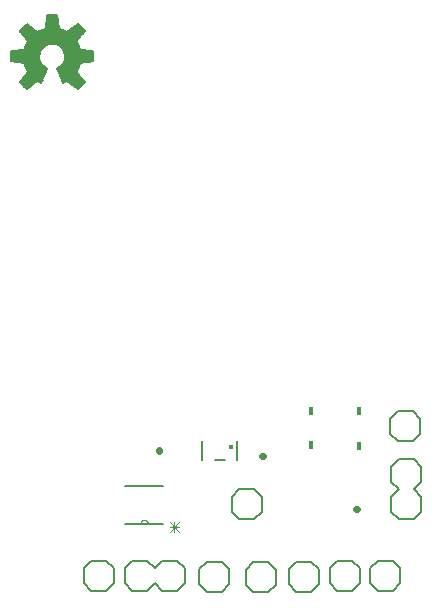
<source format=gto>
G75*
%MOIN*%
%OFA0B0*%
%FSLAX25Y25*%
%IPPOS*%
%LPD*%
%AMOC8*
5,1,8,0,0,1.08239X$1,22.5*
%
%ADD10C,0.00800*%
%ADD11C,0.02200*%
%ADD12C,0.00591*%
%ADD13R,0.01800X0.03000*%
%ADD14C,0.00600*%
%ADD15C,0.00000*%
%ADD16C,0.00300*%
%ADD17C,0.00700*%
%ADD18C,0.01768*%
D10*
X0057312Y0031269D02*
X0059812Y0028769D01*
X0064812Y0028769D01*
X0067312Y0031269D01*
X0067312Y0036269D01*
X0064812Y0038769D01*
X0059812Y0038769D01*
X0057312Y0036269D01*
X0057312Y0031269D01*
X0070894Y0031190D02*
X0070894Y0036190D01*
X0073394Y0038690D01*
X0078394Y0038690D01*
X0080894Y0036190D01*
X0083394Y0038690D01*
X0088394Y0038690D01*
X0090894Y0036190D01*
X0090894Y0031190D01*
X0088394Y0028690D01*
X0083394Y0028690D01*
X0080894Y0031190D01*
X0078394Y0028690D01*
X0073394Y0028690D01*
X0070894Y0031190D01*
X0095737Y0030875D02*
X0098237Y0028375D01*
X0103237Y0028375D01*
X0105737Y0030875D01*
X0105737Y0035875D01*
X0103237Y0038375D01*
X0098237Y0038375D01*
X0095737Y0035875D01*
X0095737Y0030875D01*
X0111367Y0030678D02*
X0113867Y0028178D01*
X0118867Y0028178D01*
X0121367Y0030678D01*
X0121367Y0035678D01*
X0118867Y0038178D01*
X0113867Y0038178D01*
X0111367Y0035678D01*
X0111367Y0030678D01*
X0125658Y0030875D02*
X0128158Y0028375D01*
X0133158Y0028375D01*
X0135658Y0030875D01*
X0135658Y0035875D01*
X0133158Y0038375D01*
X0128158Y0038375D01*
X0125658Y0035875D01*
X0125658Y0030875D01*
X0139359Y0031269D02*
X0141859Y0028769D01*
X0146859Y0028769D01*
X0149359Y0031269D01*
X0149359Y0036269D01*
X0146859Y0038769D01*
X0141859Y0038769D01*
X0139359Y0036269D01*
X0139359Y0031269D01*
X0152824Y0031150D02*
X0155324Y0028650D01*
X0160324Y0028650D01*
X0162824Y0031150D01*
X0162824Y0036150D01*
X0160324Y0038650D01*
X0155324Y0038650D01*
X0152824Y0036150D01*
X0152824Y0031150D01*
X0162292Y0052469D02*
X0167292Y0052469D01*
X0169792Y0054969D01*
X0169792Y0059969D01*
X0167292Y0062469D01*
X0169792Y0064969D01*
X0169792Y0069969D01*
X0167292Y0072469D01*
X0162292Y0072469D01*
X0159792Y0069969D01*
X0159792Y0064969D01*
X0162292Y0062469D01*
X0159792Y0059969D01*
X0159792Y0054969D01*
X0162292Y0052469D01*
X0162017Y0078454D02*
X0159517Y0080954D01*
X0159517Y0085954D01*
X0162017Y0088454D01*
X0167017Y0088454D01*
X0169517Y0085954D01*
X0169517Y0080954D01*
X0167017Y0078454D01*
X0162017Y0078454D01*
X0116603Y0059969D02*
X0116603Y0054969D01*
X0114103Y0052469D01*
X0109103Y0052469D01*
X0106603Y0054969D01*
X0106603Y0059969D01*
X0109103Y0062469D01*
X0114103Y0062469D01*
X0116603Y0059969D01*
D11*
X0116759Y0073729D02*
X0116999Y0073729D01*
X0082351Y0075381D02*
X0082351Y0075621D01*
X0148215Y0056091D02*
X0148456Y0056091D01*
D12*
X0055283Y0195942D02*
X0057658Y0198317D01*
X0054834Y0201780D01*
X0055339Y0202697D01*
X0055739Y0203664D01*
X0056031Y0204669D01*
X0060477Y0205121D01*
X0060477Y0208479D01*
X0056031Y0208931D01*
X0055739Y0209936D01*
X0055339Y0210903D01*
X0054834Y0211820D01*
X0057658Y0215283D01*
X0055283Y0217658D01*
X0051820Y0214834D01*
X0050903Y0215339D01*
X0049936Y0215739D01*
X0048931Y0216031D01*
X0048479Y0220477D01*
X0045121Y0220477D01*
X0044669Y0216031D01*
X0043664Y0215739D01*
X0042697Y0215339D01*
X0041780Y0214834D01*
X0038317Y0217658D01*
X0035942Y0215283D01*
X0038766Y0211820D01*
X0038261Y0210903D01*
X0037861Y0209936D01*
X0037569Y0208931D01*
X0033123Y0208479D01*
X0033123Y0205121D01*
X0037569Y0204669D01*
X0037861Y0203664D01*
X0038261Y0202697D01*
X0038766Y0201780D01*
X0035942Y0198317D01*
X0038317Y0195942D01*
X0041780Y0198766D01*
X0042462Y0198378D01*
X0043174Y0198048D01*
X0045152Y0202822D01*
X0044509Y0203154D01*
X0043930Y0203589D01*
X0043433Y0204115D01*
X0043031Y0204717D01*
X0042735Y0205378D01*
X0042555Y0206079D01*
X0042494Y0206800D01*
X0042569Y0207604D01*
X0042794Y0208380D01*
X0043159Y0209100D01*
X0043653Y0209739D01*
X0044257Y0210275D01*
X0044950Y0210689D01*
X0045709Y0210966D01*
X0046506Y0211096D01*
X0047313Y0211076D01*
X0048103Y0210904D01*
X0048846Y0210589D01*
X0049517Y0210140D01*
X0050093Y0209574D01*
X0050553Y0208911D01*
X0050881Y0208173D01*
X0051066Y0207387D01*
X0051100Y0206580D01*
X0050984Y0205781D01*
X0050720Y0205017D01*
X0050318Y0204317D01*
X0049793Y0203704D01*
X0049162Y0203199D01*
X0048448Y0202822D01*
X0050426Y0198048D01*
X0051138Y0198378D01*
X0051820Y0198766D01*
X0055283Y0195942D01*
X0055504Y0196162D02*
X0055013Y0196162D01*
X0054290Y0196752D02*
X0056093Y0196752D01*
X0056682Y0197341D02*
X0053568Y0197341D01*
X0052845Y0197930D02*
X0057271Y0197930D01*
X0057493Y0198519D02*
X0052123Y0198519D01*
X0051386Y0198519D02*
X0050230Y0198519D01*
X0049986Y0199108D02*
X0057013Y0199108D01*
X0056533Y0199697D02*
X0049742Y0199697D01*
X0049498Y0200286D02*
X0056052Y0200286D01*
X0055572Y0200875D02*
X0049254Y0200875D01*
X0049010Y0201464D02*
X0055092Y0201464D01*
X0054985Y0202053D02*
X0048766Y0202053D01*
X0048522Y0202642D02*
X0055309Y0202642D01*
X0055560Y0203231D02*
X0049202Y0203231D01*
X0049893Y0203820D02*
X0055785Y0203820D01*
X0055955Y0204409D02*
X0050371Y0204409D01*
X0050709Y0204998D02*
X0059272Y0204998D01*
X0060477Y0205587D02*
X0050917Y0205587D01*
X0051042Y0206177D02*
X0060477Y0206177D01*
X0060477Y0206766D02*
X0051093Y0206766D01*
X0051067Y0207355D02*
X0060477Y0207355D01*
X0060477Y0207944D02*
X0050935Y0207944D01*
X0050721Y0208533D02*
X0059949Y0208533D01*
X0055975Y0209122D02*
X0050407Y0209122D01*
X0049954Y0209711D02*
X0055805Y0209711D01*
X0055589Y0210300D02*
X0049279Y0210300D01*
X0048139Y0210889D02*
X0055345Y0210889D01*
X0055022Y0211478D02*
X0038578Y0211478D01*
X0038564Y0212067D02*
X0055036Y0212067D01*
X0055516Y0212656D02*
X0038084Y0212656D01*
X0037604Y0213245D02*
X0055996Y0213245D01*
X0056477Y0213834D02*
X0037123Y0213834D01*
X0036643Y0214423D02*
X0056957Y0214423D01*
X0057437Y0215012D02*
X0052039Y0215012D01*
X0051496Y0215012D02*
X0042104Y0215012D01*
X0041561Y0215012D02*
X0036163Y0215012D01*
X0036260Y0215602D02*
X0040839Y0215602D01*
X0040116Y0216191D02*
X0036849Y0216191D01*
X0037438Y0216780D02*
X0039394Y0216780D01*
X0038672Y0217369D02*
X0038027Y0217369D01*
X0043331Y0215602D02*
X0050269Y0215602D01*
X0048915Y0216191D02*
X0044685Y0216191D01*
X0044745Y0216780D02*
X0048855Y0216780D01*
X0048795Y0217369D02*
X0044805Y0217369D01*
X0044865Y0217958D02*
X0048735Y0217958D01*
X0048675Y0218547D02*
X0044925Y0218547D01*
X0044985Y0219136D02*
X0048615Y0219136D01*
X0048556Y0219725D02*
X0045044Y0219725D01*
X0045104Y0220314D02*
X0048496Y0220314D01*
X0053484Y0216191D02*
X0056751Y0216191D01*
X0056162Y0216780D02*
X0054206Y0216780D01*
X0054928Y0217369D02*
X0055573Y0217369D01*
X0057340Y0215602D02*
X0052761Y0215602D01*
X0045499Y0210889D02*
X0038255Y0210889D01*
X0038011Y0210300D02*
X0044299Y0210300D01*
X0043631Y0209711D02*
X0037795Y0209711D01*
X0037625Y0209122D02*
X0043176Y0209122D01*
X0042872Y0208533D02*
X0033651Y0208533D01*
X0033123Y0207944D02*
X0042668Y0207944D01*
X0042546Y0207355D02*
X0033123Y0207355D01*
X0033123Y0206766D02*
X0042497Y0206766D01*
X0042546Y0206177D02*
X0033123Y0206177D01*
X0033123Y0205587D02*
X0042681Y0205587D01*
X0042905Y0204998D02*
X0034328Y0204998D01*
X0037645Y0204409D02*
X0043237Y0204409D01*
X0043712Y0203820D02*
X0037815Y0203820D01*
X0038040Y0203231D02*
X0044406Y0203231D01*
X0045078Y0202642D02*
X0038291Y0202642D01*
X0038615Y0202053D02*
X0044834Y0202053D01*
X0044590Y0201464D02*
X0038508Y0201464D01*
X0038028Y0200875D02*
X0044346Y0200875D01*
X0044102Y0200286D02*
X0037548Y0200286D01*
X0037067Y0199697D02*
X0043858Y0199697D01*
X0043614Y0199108D02*
X0036587Y0199108D01*
X0036107Y0198519D02*
X0041477Y0198519D01*
X0042214Y0198519D02*
X0043370Y0198519D01*
X0040755Y0197930D02*
X0036329Y0197930D01*
X0036918Y0197341D02*
X0040032Y0197341D01*
X0039310Y0196752D02*
X0037507Y0196752D01*
X0038096Y0196162D02*
X0038587Y0196162D01*
D13*
X0133099Y0088454D03*
X0132942Y0077154D03*
X0149202Y0077076D03*
X0148965Y0088729D03*
D14*
X0083730Y0063691D02*
X0071130Y0063691D01*
X0071130Y0051091D02*
X0076230Y0051091D01*
X0078630Y0051091D01*
X0083730Y0051091D01*
D15*
X0078630Y0051091D02*
X0078628Y0051160D01*
X0078622Y0051228D01*
X0078612Y0051296D01*
X0078599Y0051363D01*
X0078581Y0051429D01*
X0078560Y0051494D01*
X0078535Y0051558D01*
X0078507Y0051620D01*
X0078475Y0051681D01*
X0078440Y0051740D01*
X0078401Y0051796D01*
X0078359Y0051851D01*
X0078314Y0051902D01*
X0078266Y0051952D01*
X0078216Y0051998D01*
X0078163Y0052041D01*
X0078107Y0052082D01*
X0078050Y0052119D01*
X0077990Y0052152D01*
X0077928Y0052183D01*
X0077865Y0052209D01*
X0077801Y0052232D01*
X0077735Y0052252D01*
X0077668Y0052267D01*
X0077601Y0052279D01*
X0077533Y0052287D01*
X0077464Y0052291D01*
X0077396Y0052291D01*
X0077327Y0052287D01*
X0077259Y0052279D01*
X0077192Y0052267D01*
X0077125Y0052252D01*
X0077059Y0052232D01*
X0076995Y0052209D01*
X0076932Y0052183D01*
X0076870Y0052152D01*
X0076810Y0052119D01*
X0076753Y0052082D01*
X0076697Y0052041D01*
X0076644Y0051998D01*
X0076594Y0051952D01*
X0076546Y0051902D01*
X0076501Y0051851D01*
X0076459Y0051796D01*
X0076420Y0051740D01*
X0076385Y0051681D01*
X0076353Y0051620D01*
X0076325Y0051558D01*
X0076300Y0051494D01*
X0076279Y0051429D01*
X0076261Y0051363D01*
X0076248Y0051296D01*
X0076238Y0051228D01*
X0076232Y0051160D01*
X0076230Y0051091D01*
D16*
X0085944Y0051457D02*
X0089080Y0048321D01*
X0089080Y0049889D02*
X0085944Y0049889D01*
X0085944Y0048321D02*
X0089080Y0051457D01*
X0087512Y0051457D02*
X0087512Y0048321D01*
D17*
X0096791Y0072389D02*
X0096791Y0078770D01*
X0100924Y0072389D02*
X0104250Y0072389D01*
X0108384Y0072389D02*
X0108384Y0078770D01*
D18*
X0106337Y0076633D03*
M02*

</source>
